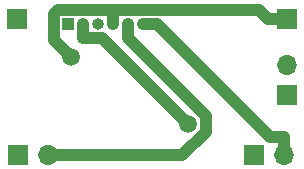
<source format=gbr>
%TF.GenerationSoftware,KiCad,Pcbnew,(5.1.7)-1*%
%TF.CreationDate,2022-11-01T20:21:32+00:00*%
%TF.ProjectId,Hornby-Ringfield-DCC6-Adapter,486f726e-6279-42d5-9269-6e676669656c,rev?*%
%TF.SameCoordinates,Original*%
%TF.FileFunction,Copper,L2,Bot*%
%TF.FilePolarity,Positive*%
%FSLAX46Y46*%
G04 Gerber Fmt 4.6, Leading zero omitted, Abs format (unit mm)*
G04 Created by KiCad (PCBNEW (5.1.7)-1) date 2022-11-01 20:21:32*
%MOMM*%
%LPD*%
G01*
G04 APERTURE LIST*
%TA.AperFunction,ComponentPad*%
%ADD10O,1.700000X1.700000*%
%TD*%
%TA.AperFunction,ComponentPad*%
%ADD11R,1.700000X1.700000*%
%TD*%
%TA.AperFunction,ComponentPad*%
%ADD12O,1.000000X1.000000*%
%TD*%
%TA.AperFunction,ComponentPad*%
%ADD13R,1.000000X1.000000*%
%TD*%
%TA.AperFunction,ViaPad*%
%ADD14C,1.500000*%
%TD*%
%TA.AperFunction,Conductor*%
%ADD15C,1.000000*%
%TD*%
G04 APERTURE END LIST*
D10*
%TO.P,Rear lights,2*%
%TO.N,LED-NEG-2*%
X154940000Y-80500000D03*
D11*
%TO.P,Rear lights,1*%
%TO.N,LIGHT-PWR2*%
X152400000Y-80500000D03*
%TD*%
D10*
%TO.P,Motor,2*%
%TO.N,MOTOR1_OUT*%
X155200000Y-72860000D03*
D11*
%TO.P,Motor,1*%
%TO.N,MOTOR2*%
X155200000Y-75400000D03*
%TD*%
D10*
%TO.P,Front lights,2*%
%TO.N,LED-NEG-1*%
X135040000Y-80500000D03*
D11*
%TO.P,Front lights,1*%
%TO.N,LIGHT-PWR1*%
X132500000Y-80500000D03*
%TD*%
%TO.P,Rail2,1*%
%TO.N,RAIL2*%
X155200000Y-69000000D03*
%TD*%
%TO.P,Rail1,1*%
%TO.N,RAIL1*%
X132400000Y-69000000D03*
%TD*%
D12*
%TO.P,DCC-6,6*%
%TO.N,LED-NEG-2*%
X143050000Y-69400000D03*
%TO.P,DCC-6,5*%
%TO.N,LED-NEG-1*%
X141780000Y-69400000D03*
%TO.P,DCC-6,4*%
%TO.N,RAIL2*%
X140510000Y-69400000D03*
%TO.P,DCC-6,3*%
%TO.N,RAIL1*%
X139240000Y-69400000D03*
%TO.P,DCC-6,2*%
%TO.N,MOTOR2*%
X137970000Y-69400000D03*
D13*
%TO.P,DCC-6,1*%
%TO.N,MOTOR1*%
X136700000Y-69400000D03*
%TD*%
D14*
%TO.N,RAIL2*%
X136981500Y-72240100D03*
%TO.N,MOTOR2*%
X146868200Y-77912900D03*
%TD*%
D15*
%TO.N,RAIL2*%
X140510000Y-68199700D02*
X135843000Y-68199700D01*
X135843000Y-68199700D02*
X135499600Y-68543100D01*
X135499600Y-68543100D02*
X135499600Y-70758200D01*
X135499600Y-70758200D02*
X136981500Y-72240100D01*
X140510000Y-68499800D02*
X140510000Y-68199700D01*
X140510000Y-69400000D02*
X140510000Y-68499800D01*
X155200000Y-69000000D02*
X153649700Y-69000000D01*
X140510000Y-68199700D02*
X152849400Y-68199700D01*
X152849400Y-68199700D02*
X153649700Y-69000000D01*
%TO.N,LED-NEG-2*%
X154940000Y-80500000D02*
X154940000Y-78949700D01*
X143050000Y-69400000D02*
X144250300Y-69400000D01*
X144250300Y-69400000D02*
X153800000Y-78949700D01*
X153800000Y-78949700D02*
X154940000Y-78949700D01*
%TO.N,LED-NEG-1*%
X141780000Y-69400000D02*
X141780000Y-70600300D01*
X141780000Y-70600300D02*
X148342200Y-77162500D01*
X148342200Y-77162500D02*
X148342200Y-78526500D01*
X148342200Y-78526500D02*
X146368700Y-80500000D01*
X146368700Y-80500000D02*
X135040000Y-80500000D01*
%TO.N,MOTOR2*%
X137970000Y-69400000D02*
X137970000Y-70600300D01*
X137970000Y-70600300D02*
X139555600Y-70600300D01*
X139555600Y-70600300D02*
X146868200Y-77912900D01*
%TD*%
M02*

</source>
